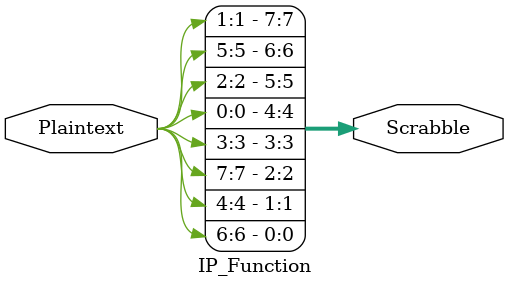
<source format=v>
/*
This function takes whatever byte you enter
(1, 2, 3, 4, 5, 6, 7, 8)

and scrambles it to

(2, 6, 3, 1, 4, 8, 5, 7)

*/

module IP_Function(

	input [0:7] Plaintext,
	output [0:7] Scrabble	//scrabble is a cute name for the scrambled text
	
);



assign Scrabble = { Plaintext[1], Plaintext[5], Plaintext[2], Plaintext[0], 
						  Plaintext[3], Plaintext[7], Plaintext[4], Plaintext[6]};

endmodule
</source>
